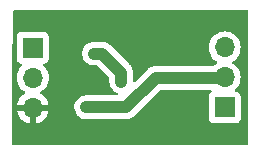
<source format=gbr>
%TF.GenerationSoftware,KiCad,Pcbnew,7.0.8*%
%TF.CreationDate,2024-04-25T12:22:59+02:00*%
%TF.ProjectId,Sterowniki silnik_w,53746572-6f77-46e6-996b-692073696c6e,rev?*%
%TF.SameCoordinates,Original*%
%TF.FileFunction,Copper,L2,Bot*%
%TF.FilePolarity,Positive*%
%FSLAX46Y46*%
G04 Gerber Fmt 4.6, Leading zero omitted, Abs format (unit mm)*
G04 Created by KiCad (PCBNEW 7.0.8) date 2024-04-25 12:22:59*
%MOMM*%
%LPD*%
G01*
G04 APERTURE LIST*
%TA.AperFunction,ComponentPad*%
%ADD10R,1.700000X1.700000*%
%TD*%
%TA.AperFunction,ComponentPad*%
%ADD11O,1.700000X1.700000*%
%TD*%
%TA.AperFunction,ViaPad*%
%ADD12C,0.800000*%
%TD*%
%TA.AperFunction,Conductor*%
%ADD13C,1.000000*%
%TD*%
G04 APERTURE END LIST*
D10*
%TO.P,J1,1,Pin_1*%
%TO.N,PWM_DRV1*%
X43250000Y-28475000D03*
D11*
%TO.P,J1,2,Pin_2*%
%TO.N,PWM_DRV2*%
X43250000Y-31015000D03*
%TO.P,J1,3,Pin_3*%
%TO.N,GND*%
X43250000Y-33555000D03*
%TD*%
D10*
%TO.P,J2,1,Pin_1*%
%TO.N,V_M2*%
X59500000Y-33540000D03*
D11*
%TO.P,J2,2,Pin_2*%
%TO.N,V_M1*%
X59500000Y-31000000D03*
%TO.P,J2,3,Pin_3*%
%TO.N,VDD*%
X59500000Y-28460000D03*
%TD*%
D12*
%TO.N,V_M2*%
X48440000Y-28980000D03*
X50750000Y-31340000D03*
%TO.N,V_M1*%
X47780000Y-33520000D03*
%TD*%
D13*
%TO.N,V_M2*%
X49122200Y-28980000D02*
X48440000Y-28980000D01*
X50750000Y-30607800D02*
X49122200Y-28980000D01*
X50750000Y-31340000D02*
X50750000Y-30607800D01*
%TO.N,V_M1*%
X59460000Y-31040000D02*
X59500000Y-31000000D01*
X51170000Y-33520000D02*
X53650000Y-31040000D01*
X47780000Y-33520000D02*
X51170000Y-33520000D01*
X53650000Y-31040000D02*
X59460000Y-31040000D01*
%TD*%
%TA.AperFunction,Conductor*%
%TO.N,GND*%
G36*
X61411598Y-25270185D02*
G01*
X61457353Y-25322989D01*
X61468558Y-25373953D01*
X61499500Y-32382348D01*
X61499500Y-36625500D01*
X61479815Y-36692539D01*
X61427011Y-36738294D01*
X61375500Y-36749500D01*
X41628169Y-36749500D01*
X41561130Y-36729815D01*
X41515375Y-36677011D01*
X41504170Y-36624951D01*
X41511873Y-34884091D01*
X41528993Y-31015000D01*
X41894341Y-31015000D01*
X41914936Y-31250403D01*
X41914938Y-31250413D01*
X41976094Y-31478655D01*
X41976096Y-31478659D01*
X41976097Y-31478663D01*
X42007500Y-31546006D01*
X42075965Y-31692830D01*
X42075967Y-31692834D01*
X42211501Y-31886395D01*
X42211506Y-31886402D01*
X42378597Y-32053493D01*
X42378603Y-32053498D01*
X42564594Y-32183730D01*
X42608219Y-32238307D01*
X42615413Y-32307805D01*
X42583890Y-32370160D01*
X42564595Y-32386880D01*
X42378922Y-32516890D01*
X42378920Y-32516891D01*
X42211891Y-32683920D01*
X42211886Y-32683926D01*
X42076400Y-32877420D01*
X42076399Y-32877422D01*
X41976570Y-33091507D01*
X41976567Y-33091513D01*
X41919364Y-33304999D01*
X41919364Y-33305000D01*
X42816314Y-33305000D01*
X42790507Y-33345156D01*
X42750000Y-33483111D01*
X42750000Y-33626889D01*
X42790507Y-33764844D01*
X42816314Y-33805000D01*
X41919364Y-33805000D01*
X41976567Y-34018486D01*
X41976570Y-34018492D01*
X42076399Y-34232578D01*
X42211894Y-34426082D01*
X42378917Y-34593105D01*
X42572421Y-34728600D01*
X42786507Y-34828429D01*
X42786516Y-34828433D01*
X43000000Y-34885634D01*
X43000000Y-33990501D01*
X43107685Y-34039680D01*
X43214237Y-34055000D01*
X43285763Y-34055000D01*
X43392315Y-34039680D01*
X43500000Y-33990501D01*
X43500000Y-34885633D01*
X43713483Y-34828433D01*
X43713492Y-34828429D01*
X43927578Y-34728600D01*
X44121082Y-34593105D01*
X44288105Y-34426082D01*
X44423600Y-34232578D01*
X44523429Y-34018492D01*
X44523432Y-34018486D01*
X44580636Y-33805000D01*
X43683686Y-33805000D01*
X43709493Y-33764844D01*
X43750000Y-33626889D01*
X43750000Y-33570936D01*
X46775631Y-33570936D01*
X46806442Y-33772063D01*
X46806445Y-33772075D01*
X46877111Y-33962881D01*
X46877115Y-33962888D01*
X46984745Y-34135567D01*
X46984747Y-34135569D01*
X46984748Y-34135571D01*
X47124941Y-34283053D01*
X47253344Y-34372424D01*
X47291949Y-34399294D01*
X47291950Y-34399294D01*
X47291951Y-34399295D01*
X47478942Y-34479540D01*
X47678259Y-34520500D01*
X51157284Y-34520500D01*
X51246358Y-34522757D01*
X51246358Y-34522756D01*
X51246363Y-34522757D01*
X51306753Y-34511932D01*
X51311412Y-34511280D01*
X51353607Y-34506988D01*
X51372438Y-34505074D01*
X51405227Y-34494786D01*
X51412840Y-34492918D01*
X51446653Y-34486858D01*
X51503621Y-34464101D01*
X51508053Y-34462524D01*
X51566588Y-34444159D01*
X51596627Y-34427484D01*
X51603708Y-34424122D01*
X51635617Y-34411377D01*
X51686854Y-34377608D01*
X51690851Y-34375187D01*
X51744502Y-34345409D01*
X51770568Y-34323030D01*
X51776843Y-34318300D01*
X51805519Y-34299402D01*
X51848917Y-34256002D01*
X51852336Y-34252834D01*
X51898895Y-34212866D01*
X51919931Y-34185688D01*
X51925101Y-34179818D01*
X54028102Y-32076819D01*
X54089425Y-32043334D01*
X54115783Y-32040500D01*
X58309897Y-32040500D01*
X58376936Y-32060185D01*
X58422691Y-32112989D01*
X58432635Y-32182147D01*
X58403610Y-32245703D01*
X58384208Y-32263766D01*
X58292455Y-32332452D01*
X58292452Y-32332455D01*
X58206206Y-32447664D01*
X58206202Y-32447671D01*
X58155908Y-32582517D01*
X58149501Y-32642116D01*
X58149501Y-32642123D01*
X58149500Y-32642135D01*
X58149500Y-34437870D01*
X58149501Y-34437876D01*
X58155908Y-34497483D01*
X58206202Y-34632328D01*
X58206206Y-34632335D01*
X58292452Y-34747544D01*
X58292455Y-34747547D01*
X58407664Y-34833793D01*
X58407671Y-34833797D01*
X58542517Y-34884091D01*
X58542516Y-34884091D01*
X58549444Y-34884835D01*
X58602127Y-34890500D01*
X60397872Y-34890499D01*
X60457483Y-34884091D01*
X60592331Y-34833796D01*
X60707546Y-34747546D01*
X60793796Y-34632331D01*
X60844091Y-34497483D01*
X60850500Y-34437873D01*
X60850499Y-32642128D01*
X60844091Y-32582517D01*
X60826340Y-32534925D01*
X60793797Y-32447671D01*
X60793793Y-32447664D01*
X60707547Y-32332455D01*
X60707544Y-32332452D01*
X60592335Y-32246206D01*
X60592328Y-32246202D01*
X60460917Y-32197189D01*
X60404983Y-32155318D01*
X60380566Y-32089853D01*
X60395418Y-32021580D01*
X60416563Y-31993332D01*
X60538495Y-31871401D01*
X60674035Y-31677830D01*
X60773903Y-31463663D01*
X60835063Y-31235408D01*
X60855659Y-31000000D01*
X60854425Y-30985901D01*
X60851539Y-30952918D01*
X60835063Y-30764592D01*
X60773903Y-30536337D01*
X60674035Y-30322171D01*
X60662458Y-30305636D01*
X60538494Y-30128597D01*
X60371402Y-29961506D01*
X60371396Y-29961501D01*
X60185842Y-29831575D01*
X60142217Y-29776998D01*
X60135023Y-29707500D01*
X60166546Y-29645145D01*
X60185842Y-29628425D01*
X60273097Y-29567328D01*
X60371401Y-29498495D01*
X60538495Y-29331401D01*
X60674035Y-29137830D01*
X60773903Y-28923663D01*
X60835063Y-28695408D01*
X60855659Y-28460000D01*
X60835063Y-28224592D01*
X60773903Y-27996337D01*
X60674035Y-27782171D01*
X60538495Y-27588599D01*
X60538494Y-27588597D01*
X60371402Y-27421506D01*
X60371395Y-27421501D01*
X60177834Y-27285967D01*
X60177830Y-27285965D01*
X60138129Y-27267452D01*
X59963663Y-27186097D01*
X59963659Y-27186096D01*
X59963655Y-27186094D01*
X59735413Y-27124938D01*
X59735403Y-27124936D01*
X59500001Y-27104341D01*
X59499999Y-27104341D01*
X59264596Y-27124936D01*
X59264586Y-27124938D01*
X59036344Y-27186094D01*
X59036335Y-27186098D01*
X58822171Y-27285964D01*
X58822169Y-27285965D01*
X58628597Y-27421505D01*
X58461505Y-27588597D01*
X58325965Y-27782169D01*
X58325964Y-27782171D01*
X58226098Y-27996335D01*
X58226094Y-27996344D01*
X58164938Y-28224586D01*
X58164936Y-28224596D01*
X58144341Y-28459999D01*
X58144341Y-28460000D01*
X58164936Y-28695403D01*
X58164938Y-28695413D01*
X58226094Y-28923655D01*
X58226096Y-28923659D01*
X58226097Y-28923663D01*
X58325965Y-29137830D01*
X58325967Y-29137834D01*
X58461501Y-29331395D01*
X58461506Y-29331402D01*
X58628597Y-29498493D01*
X58628603Y-29498498D01*
X58814158Y-29628425D01*
X58857783Y-29683002D01*
X58864977Y-29752500D01*
X58833454Y-29814855D01*
X58814158Y-29831575D01*
X58628597Y-29961505D01*
X58586924Y-30003180D01*
X58525601Y-30036666D01*
X58499242Y-30039500D01*
X53662717Y-30039500D01*
X53573637Y-30037243D01*
X53573628Y-30037243D01*
X53513260Y-30048064D01*
X53508595Y-30048718D01*
X53447563Y-30054925D01*
X53447555Y-30054927D01*
X53414781Y-30065210D01*
X53407154Y-30067082D01*
X53373350Y-30073141D01*
X53316384Y-30095894D01*
X53311948Y-30097473D01*
X53253414Y-30115840D01*
X53253412Y-30115841D01*
X53223385Y-30132506D01*
X53216293Y-30135874D01*
X53184383Y-30148621D01*
X53133154Y-30182383D01*
X53129126Y-30184824D01*
X53075502Y-30214588D01*
X53075499Y-30214590D01*
X53049427Y-30236970D01*
X53043160Y-30241695D01*
X53014482Y-30260598D01*
X53014475Y-30260603D01*
X52971116Y-30303962D01*
X52967661Y-30307164D01*
X52921106Y-30347132D01*
X52921105Y-30347133D01*
X52900076Y-30374300D01*
X52894884Y-30380194D01*
X51962181Y-31312898D01*
X51900858Y-31346383D01*
X51831167Y-31341399D01*
X51775233Y-31299527D01*
X51750816Y-31234063D01*
X51750500Y-31225217D01*
X51750500Y-30620515D01*
X51752757Y-30531441D01*
X51752756Y-30531440D01*
X51752757Y-30531437D01*
X51741933Y-30471049D01*
X51741280Y-30466387D01*
X51735074Y-30405363D01*
X51735074Y-30405362D01*
X51724784Y-30372568D01*
X51722917Y-30364955D01*
X51717937Y-30337171D01*
X51716858Y-30331147D01*
X51694095Y-30274161D01*
X51692527Y-30269755D01*
X51682241Y-30236970D01*
X51674161Y-30211216D01*
X51674160Y-30211214D01*
X51657492Y-30181185D01*
X51654124Y-30174095D01*
X51643950Y-30148622D01*
X51641380Y-30142187D01*
X51641378Y-30142183D01*
X51611448Y-30096770D01*
X51607612Y-30090950D01*
X51605183Y-30086942D01*
X51575409Y-30033298D01*
X51553034Y-30007234D01*
X51548306Y-30000963D01*
X51529404Y-29972284D01*
X51529399Y-29972278D01*
X51507715Y-29950595D01*
X51486019Y-29928899D01*
X51482828Y-29925455D01*
X51482562Y-29925145D01*
X51442866Y-29878905D01*
X51415694Y-29857872D01*
X51409807Y-29852687D01*
X49838652Y-28281532D01*
X49784526Y-28224592D01*
X49777261Y-28216949D01*
X49777260Y-28216948D01*
X49777259Y-28216947D01*
X49749404Y-28197559D01*
X49726909Y-28181902D01*
X49723146Y-28179064D01*
X49675613Y-28140305D01*
X49675606Y-28140300D01*
X49645159Y-28124397D01*
X49638451Y-28120334D01*
X49610249Y-28100705D01*
X49610246Y-28100703D01*
X49610245Y-28100703D01*
X49610241Y-28100701D01*
X49553880Y-28076514D01*
X49549624Y-28074493D01*
X49495257Y-28046094D01*
X49495250Y-28046091D01*
X49495249Y-28046091D01*
X49489208Y-28044362D01*
X49462230Y-28036642D01*
X49454830Y-28034008D01*
X49423257Y-28020459D01*
X49423258Y-28020459D01*
X49363166Y-28008109D01*
X49358591Y-28006986D01*
X49299620Y-27990113D01*
X49299625Y-27990113D01*
X49265358Y-27987503D01*
X49257580Y-27986412D01*
X49223942Y-27979500D01*
X49223941Y-27979500D01*
X49162602Y-27979500D01*
X49157895Y-27979321D01*
X49152321Y-27978896D01*
X49096724Y-27974662D01*
X49076789Y-27977201D01*
X49062640Y-27979003D01*
X49054811Y-27979500D01*
X48389257Y-27979500D01*
X48237560Y-27994925D01*
X48043420Y-28055837D01*
X48043405Y-28055844D01*
X47865500Y-28154589D01*
X47865495Y-28154592D01*
X47711106Y-28287132D01*
X47711104Y-28287134D01*
X47586554Y-28448037D01*
X47586553Y-28448040D01*
X47496940Y-28630728D01*
X47445937Y-28827714D01*
X47435631Y-29030936D01*
X47466442Y-29232063D01*
X47466445Y-29232075D01*
X47537111Y-29422881D01*
X47537113Y-29422884D01*
X47537114Y-29422887D01*
X47583005Y-29496513D01*
X47644745Y-29595567D01*
X47644749Y-29595572D01*
X47727422Y-29682544D01*
X47784941Y-29743053D01*
X47888102Y-29814855D01*
X47951949Y-29859294D01*
X47951950Y-29859294D01*
X47951951Y-29859295D01*
X48138942Y-29939540D01*
X48338259Y-29980500D01*
X48656417Y-29980500D01*
X48723456Y-30000185D01*
X48744098Y-30016819D01*
X49713181Y-30985901D01*
X49746666Y-31047224D01*
X49749500Y-31073582D01*
X49749500Y-31390743D01*
X49764925Y-31542439D01*
X49825837Y-31736579D01*
X49825844Y-31736594D01*
X49924589Y-31914499D01*
X49924592Y-31914504D01*
X50057132Y-32068893D01*
X50057134Y-32068895D01*
X50218037Y-32193445D01*
X50218038Y-32193445D01*
X50218042Y-32193448D01*
X50400729Y-32283060D01*
X50400731Y-32283060D01*
X50402997Y-32284172D01*
X50454516Y-32331369D01*
X50472341Y-32398927D01*
X50450811Y-32465397D01*
X50396763Y-32509675D01*
X50348388Y-32519500D01*
X47729257Y-32519500D01*
X47577560Y-32534925D01*
X47383420Y-32595837D01*
X47383405Y-32595844D01*
X47205500Y-32694589D01*
X47205495Y-32694592D01*
X47051106Y-32827132D01*
X47051104Y-32827134D01*
X46926554Y-32988037D01*
X46926553Y-32988040D01*
X46836940Y-33170728D01*
X46785937Y-33367714D01*
X46775631Y-33570936D01*
X43750000Y-33570936D01*
X43750000Y-33483111D01*
X43709493Y-33345156D01*
X43683686Y-33305000D01*
X44580636Y-33305000D01*
X44580635Y-33304999D01*
X44523432Y-33091513D01*
X44523429Y-33091507D01*
X44423600Y-32877422D01*
X44423599Y-32877420D01*
X44288113Y-32683926D01*
X44288108Y-32683920D01*
X44121078Y-32516890D01*
X43935405Y-32386879D01*
X43891780Y-32332302D01*
X43884588Y-32262804D01*
X43916110Y-32200449D01*
X43935406Y-32183730D01*
X43949252Y-32174035D01*
X44121401Y-32053495D01*
X44288495Y-31886401D01*
X44424035Y-31692830D01*
X44523903Y-31478663D01*
X44585063Y-31250408D01*
X44605659Y-31015000D01*
X44585063Y-30779592D01*
X44523903Y-30551337D01*
X44424035Y-30337171D01*
X44378394Y-30271989D01*
X44288496Y-30143600D01*
X44231822Y-30086926D01*
X44166567Y-30021671D01*
X44133084Y-29960351D01*
X44138068Y-29890659D01*
X44179939Y-29834725D01*
X44210915Y-29817810D01*
X44342331Y-29768796D01*
X44457546Y-29682546D01*
X44543796Y-29567331D01*
X44594091Y-29432483D01*
X44600500Y-29372873D01*
X44600499Y-27577128D01*
X44594091Y-27517517D01*
X44558281Y-27421506D01*
X44543797Y-27382671D01*
X44543793Y-27382664D01*
X44457547Y-27267455D01*
X44457544Y-27267452D01*
X44342335Y-27181206D01*
X44342328Y-27181202D01*
X44207482Y-27130908D01*
X44207483Y-27130908D01*
X44147883Y-27124501D01*
X44147881Y-27124500D01*
X44147873Y-27124500D01*
X44147864Y-27124500D01*
X42352129Y-27124500D01*
X42352123Y-27124501D01*
X42292516Y-27130908D01*
X42157671Y-27181202D01*
X42157664Y-27181206D01*
X42042455Y-27267452D01*
X42042452Y-27267455D01*
X41956206Y-27382664D01*
X41956202Y-27382671D01*
X41905908Y-27517517D01*
X41899501Y-27577116D01*
X41899501Y-27577123D01*
X41899500Y-27577135D01*
X41899500Y-29372870D01*
X41899501Y-29372876D01*
X41905908Y-29432483D01*
X41956202Y-29567328D01*
X41956206Y-29567335D01*
X42042452Y-29682544D01*
X42042455Y-29682547D01*
X42157664Y-29768793D01*
X42157671Y-29768797D01*
X42289081Y-29817810D01*
X42345015Y-29859681D01*
X42369432Y-29925145D01*
X42354580Y-29993418D01*
X42333430Y-30021673D01*
X42211503Y-30143600D01*
X42075965Y-30337169D01*
X42075964Y-30337171D01*
X41976098Y-30551335D01*
X41976094Y-30551344D01*
X41914938Y-30779586D01*
X41914936Y-30779596D01*
X41894341Y-31014999D01*
X41894341Y-31015000D01*
X41528993Y-31015000D01*
X41553854Y-25396291D01*
X41573835Y-25329342D01*
X41626841Y-25283821D01*
X41677691Y-25272842D01*
X59194400Y-25250500D01*
X61344559Y-25250500D01*
X61411598Y-25270185D01*
G37*
%TD.AperFunction*%
%TD*%
M02*

</source>
